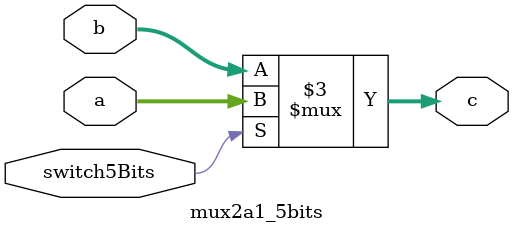
<source format=v>
`timescale 1ns/1ns

module mux2a1 (
	input switch,
	input[31:0] a,
	input[31:0] b,
	output reg[31:0] c
);

always @(*) begin
	if(switch) begin
		c = a;
	end else begin
		c = b;
	end
end

endmodule

module mux2a1_5bits (
	input switch5Bits,
	input[4:0] a,
	input[4:0] b,
	output reg[4:0] c
);

always @(*) begin
	if(switch5Bits) begin
		c = a;
	end else begin
		c = b;
	end
end

endmodule



</source>
